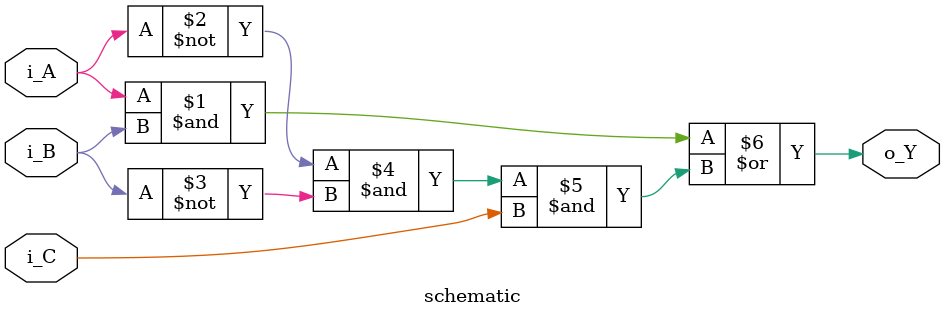
<source format=v>
module schematic(i_A, i_B, i_C, o_Y);
	input i_A, i_B, i_C;
	output o_Y;
	
	assign o_Y = (i_A & i_B) | (~i_A & ~i_B & i_C);	
endmodule


</source>
